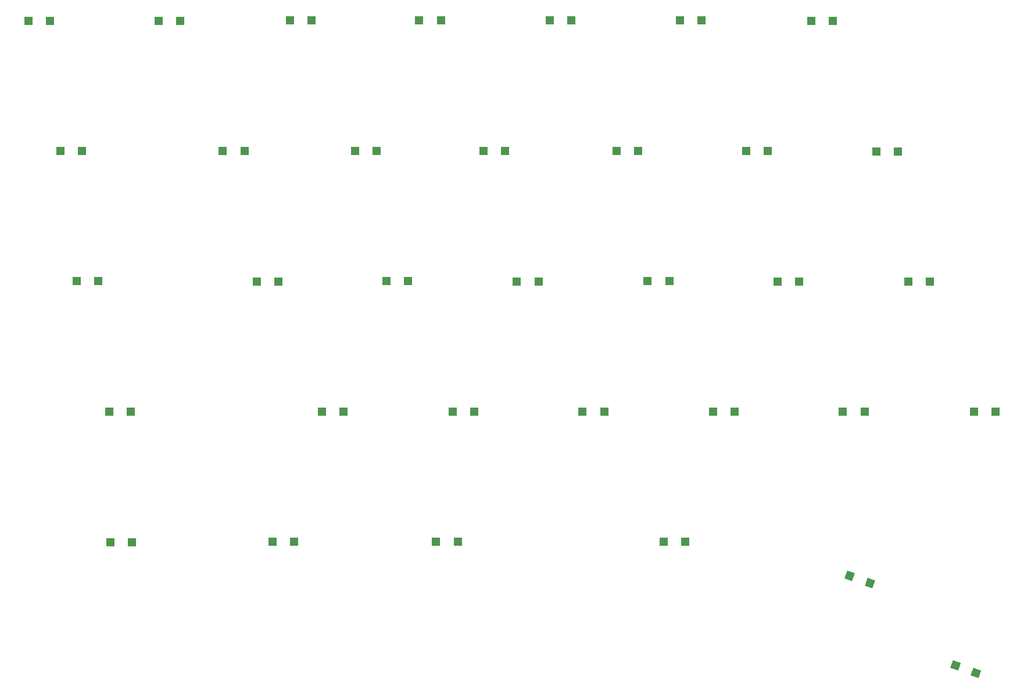
<source format=gbr>
G04 #@! TF.GenerationSoftware,KiCad,Pcbnew,(5.1.5)-3*
G04 #@! TF.CreationDate,2020-05-03T23:18:02-07:00*
G04 #@! TF.ProjectId,left,6c656674-2e6b-4696-9361-645f70636258,rev?*
G04 #@! TF.SameCoordinates,Original*
G04 #@! TF.FileFunction,Paste,Top*
G04 #@! TF.FilePolarity,Positive*
%FSLAX46Y46*%
G04 Gerber Fmt 4.6, Leading zero omitted, Abs format (unit mm)*
G04 Created by KiCad (PCBNEW (5.1.5)-3) date 2020-05-03 23:18:02*
%MOMM*%
%LPD*%
G04 APERTURE LIST*
%ADD10R,1.200000X1.200000*%
%ADD11C,0.100000*%
G04 APERTURE END LIST*
D10*
X68150000Y-29825000D03*
X65000000Y-29825000D03*
X83925000Y-29825000D03*
X87075000Y-29825000D03*
X106250000Y-29800000D03*
X103100000Y-29800000D03*
X72775000Y-48800000D03*
X69625000Y-48800000D03*
X72025000Y-67800000D03*
X75175000Y-67800000D03*
X76775000Y-86825000D03*
X79925000Y-86825000D03*
X80100000Y-105850000D03*
X76950000Y-105850000D03*
X93300000Y-48850000D03*
X96450000Y-48850000D03*
X101400000Y-67850000D03*
X98250000Y-67850000D03*
X110900000Y-86825000D03*
X107750000Y-86825000D03*
X100550000Y-105775000D03*
X103700000Y-105775000D03*
X112550000Y-48825000D03*
X115700000Y-48825000D03*
X120325000Y-67800000D03*
X117175000Y-67800000D03*
X126775000Y-86825000D03*
X129925000Y-86825000D03*
X127525000Y-105800000D03*
X124375000Y-105800000D03*
X125075000Y-29800000D03*
X121925000Y-29800000D03*
X131300000Y-48800000D03*
X134450000Y-48800000D03*
X136150000Y-67825000D03*
X139300000Y-67825000D03*
X148875000Y-86850000D03*
X145725000Y-86850000D03*
X157525000Y-105800000D03*
X160675000Y-105800000D03*
X140925000Y-29800000D03*
X144075000Y-29800000D03*
X153800000Y-48825000D03*
X150650000Y-48825000D03*
X158350000Y-67775000D03*
X155200000Y-67775000D03*
X164700000Y-86850000D03*
X167850000Y-86850000D03*
D11*
G36*
X186810988Y-112197285D02*
G01*
X187221413Y-111069654D01*
X188349044Y-111480079D01*
X187938619Y-112607710D01*
X186810988Y-112197285D01*
G37*
G36*
X183850956Y-111119921D02*
G01*
X184261381Y-109992290D01*
X185389012Y-110402715D01*
X184978587Y-111530346D01*
X183850956Y-111119921D01*
G37*
D10*
X159925000Y-29800000D03*
X163075000Y-29800000D03*
X172700000Y-48825000D03*
X169550000Y-48825000D03*
X174125000Y-67825000D03*
X177275000Y-67825000D03*
X186800000Y-86850000D03*
X183650000Y-86850000D03*
D11*
G36*
X199300956Y-124194921D02*
G01*
X199711381Y-123067290D01*
X200839012Y-123477715D01*
X200428587Y-124605346D01*
X199300956Y-124194921D01*
G37*
G36*
X202260988Y-125272285D02*
G01*
X202671413Y-124144654D01*
X203799044Y-124555079D01*
X203388619Y-125682710D01*
X202260988Y-125272285D01*
G37*
D10*
X182150000Y-29825000D03*
X179000000Y-29825000D03*
X191675000Y-48875000D03*
X188525000Y-48875000D03*
X196350000Y-67825000D03*
X193200000Y-67825000D03*
X202725000Y-86800000D03*
X205875000Y-86800000D03*
M02*

</source>
